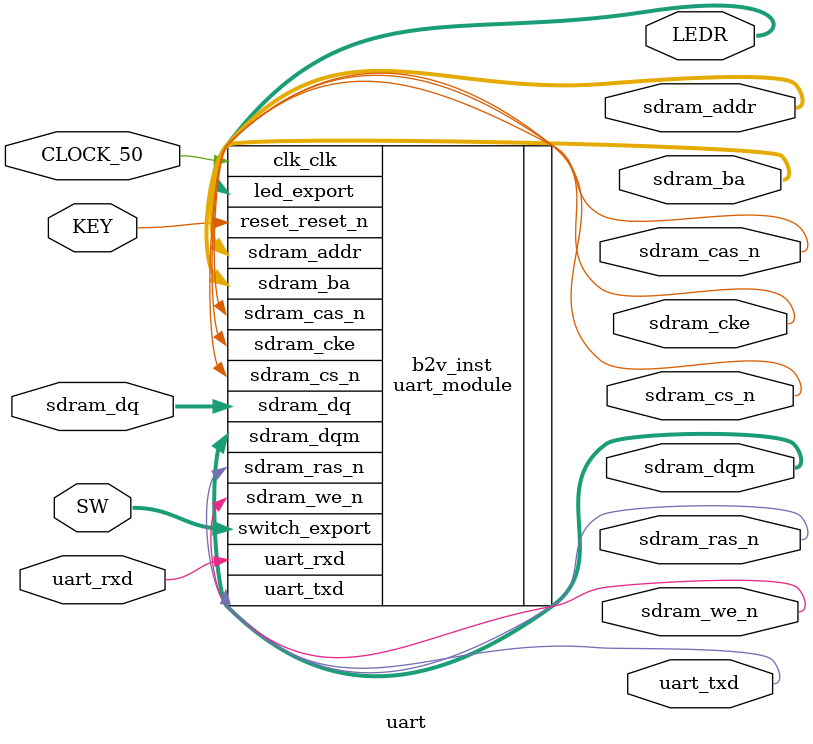
<source format=v>


module uart(
	uart_rxd,
	CLOCK_50,
	KEY,
	SW,
	sdram_cas_n,
	sdram_cke,
	sdram_cs_n,
	sdram_ras_n,
	sdram_we_n,
	uart_txd,
	LEDR,
	sdram_addr,
	sdram_ba,
	sdram_dq,
	sdram_dqm
);


input wire	uart_rxd;
input wire	CLOCK_50;
input wire	[0:0] KEY;
input wire	[7:0] SW;
output wire	sdram_cas_n;
output wire	sdram_cke;
output wire	sdram_cs_n;
output wire	sdram_ras_n;
output wire	sdram_we_n;
output wire	uart_txd;
output wire	[7:0] LEDR;
output wire	[11:0] sdram_addr;
output wire	[1:0] sdram_ba;
inout wire	[15:0] sdram_dq;
output wire	[1:0] sdram_dqm;






uart_module	b2v_inst(
	.clk_clk(CLOCK_50),
	.reset_reset_n(KEY),
	.uart_rxd(uart_rxd),
	.sdram_dq(sdram_dq),
	.switch_export(SW),
	.sdram_cas_n(sdram_cas_n),
	.sdram_cke(sdram_cke),
	.sdram_cs_n(sdram_cs_n),
	.sdram_ras_n(sdram_ras_n),
	.sdram_we_n(sdram_we_n),
	.uart_txd(uart_txd),
	.led_export(LEDR),
	.sdram_addr(sdram_addr),
	.sdram_ba(sdram_ba),
	
	.sdram_dqm(sdram_dqm));


endmodule

</source>
